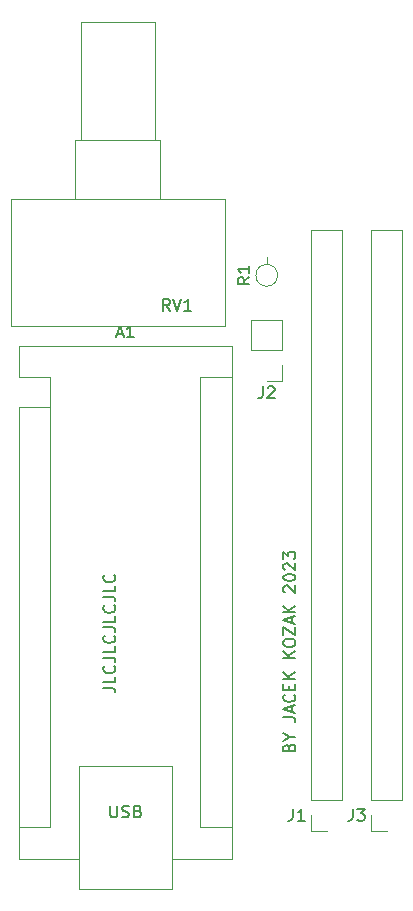
<source format=gto>
%TF.GenerationSoftware,KiCad,Pcbnew,7.0.9*%
%TF.CreationDate,2023-11-19T21:06:30+01:00*%
%TF.ProjectId,arduino_display_board,61726475-696e-46f5-9f64-6973706c6179,rev?*%
%TF.SameCoordinates,Original*%
%TF.FileFunction,Legend,Top*%
%TF.FilePolarity,Positive*%
%FSLAX46Y46*%
G04 Gerber Fmt 4.6, Leading zero omitted, Abs format (unit mm)*
G04 Created by KiCad (PCBNEW 7.0.9) date 2023-11-19 21:06:30*
%MOMM*%
%LPD*%
G01*
G04 APERTURE LIST*
%ADD10C,0.150000*%
%ADD11C,0.120000*%
%ADD12R,3.000000X3.000000*%
%ADD13C,3.000000*%
%ADD14R,1.700000X1.700000*%
%ADD15O,1.700000X1.700000*%
%ADD16C,1.400000*%
%ADD17O,1.400000X1.400000*%
%ADD18R,1.600000X1.600000*%
%ADD19O,1.600000X1.600000*%
G04 APERTURE END LIST*
D10*
X59829819Y-80657506D02*
X60544104Y-80657506D01*
X60544104Y-80657506D02*
X60686961Y-80705125D01*
X60686961Y-80705125D02*
X60782200Y-80800363D01*
X60782200Y-80800363D02*
X60829819Y-80943220D01*
X60829819Y-80943220D02*
X60829819Y-81038458D01*
X60829819Y-79705125D02*
X60829819Y-80181315D01*
X60829819Y-80181315D02*
X59829819Y-80181315D01*
X60734580Y-78800363D02*
X60782200Y-78847982D01*
X60782200Y-78847982D02*
X60829819Y-78990839D01*
X60829819Y-78990839D02*
X60829819Y-79086077D01*
X60829819Y-79086077D02*
X60782200Y-79228934D01*
X60782200Y-79228934D02*
X60686961Y-79324172D01*
X60686961Y-79324172D02*
X60591723Y-79371791D01*
X60591723Y-79371791D02*
X60401247Y-79419410D01*
X60401247Y-79419410D02*
X60258390Y-79419410D01*
X60258390Y-79419410D02*
X60067914Y-79371791D01*
X60067914Y-79371791D02*
X59972676Y-79324172D01*
X59972676Y-79324172D02*
X59877438Y-79228934D01*
X59877438Y-79228934D02*
X59829819Y-79086077D01*
X59829819Y-79086077D02*
X59829819Y-78990839D01*
X59829819Y-78990839D02*
X59877438Y-78847982D01*
X59877438Y-78847982D02*
X59925057Y-78800363D01*
X59829819Y-78086077D02*
X60544104Y-78086077D01*
X60544104Y-78086077D02*
X60686961Y-78133696D01*
X60686961Y-78133696D02*
X60782200Y-78228934D01*
X60782200Y-78228934D02*
X60829819Y-78371791D01*
X60829819Y-78371791D02*
X60829819Y-78467029D01*
X60829819Y-77133696D02*
X60829819Y-77609886D01*
X60829819Y-77609886D02*
X59829819Y-77609886D01*
X60734580Y-76228934D02*
X60782200Y-76276553D01*
X60782200Y-76276553D02*
X60829819Y-76419410D01*
X60829819Y-76419410D02*
X60829819Y-76514648D01*
X60829819Y-76514648D02*
X60782200Y-76657505D01*
X60782200Y-76657505D02*
X60686961Y-76752743D01*
X60686961Y-76752743D02*
X60591723Y-76800362D01*
X60591723Y-76800362D02*
X60401247Y-76847981D01*
X60401247Y-76847981D02*
X60258390Y-76847981D01*
X60258390Y-76847981D02*
X60067914Y-76800362D01*
X60067914Y-76800362D02*
X59972676Y-76752743D01*
X59972676Y-76752743D02*
X59877438Y-76657505D01*
X59877438Y-76657505D02*
X59829819Y-76514648D01*
X59829819Y-76514648D02*
X59829819Y-76419410D01*
X59829819Y-76419410D02*
X59877438Y-76276553D01*
X59877438Y-76276553D02*
X59925057Y-76228934D01*
X59829819Y-75514648D02*
X60544104Y-75514648D01*
X60544104Y-75514648D02*
X60686961Y-75562267D01*
X60686961Y-75562267D02*
X60782200Y-75657505D01*
X60782200Y-75657505D02*
X60829819Y-75800362D01*
X60829819Y-75800362D02*
X60829819Y-75895600D01*
X60829819Y-74562267D02*
X60829819Y-75038457D01*
X60829819Y-75038457D02*
X59829819Y-75038457D01*
X60734580Y-73657505D02*
X60782200Y-73705124D01*
X60782200Y-73705124D02*
X60829819Y-73847981D01*
X60829819Y-73847981D02*
X60829819Y-73943219D01*
X60829819Y-73943219D02*
X60782200Y-74086076D01*
X60782200Y-74086076D02*
X60686961Y-74181314D01*
X60686961Y-74181314D02*
X60591723Y-74228933D01*
X60591723Y-74228933D02*
X60401247Y-74276552D01*
X60401247Y-74276552D02*
X60258390Y-74276552D01*
X60258390Y-74276552D02*
X60067914Y-74228933D01*
X60067914Y-74228933D02*
X59972676Y-74181314D01*
X59972676Y-74181314D02*
X59877438Y-74086076D01*
X59877438Y-74086076D02*
X59829819Y-73943219D01*
X59829819Y-73943219D02*
X59829819Y-73847981D01*
X59829819Y-73847981D02*
X59877438Y-73705124D01*
X59877438Y-73705124D02*
X59925057Y-73657505D01*
X59829819Y-72943219D02*
X60544104Y-72943219D01*
X60544104Y-72943219D02*
X60686961Y-72990838D01*
X60686961Y-72990838D02*
X60782200Y-73086076D01*
X60782200Y-73086076D02*
X60829819Y-73228933D01*
X60829819Y-73228933D02*
X60829819Y-73324171D01*
X60829819Y-71990838D02*
X60829819Y-72467028D01*
X60829819Y-72467028D02*
X59829819Y-72467028D01*
X60734580Y-71086076D02*
X60782200Y-71133695D01*
X60782200Y-71133695D02*
X60829819Y-71276552D01*
X60829819Y-71276552D02*
X60829819Y-71371790D01*
X60829819Y-71371790D02*
X60782200Y-71514647D01*
X60782200Y-71514647D02*
X60686961Y-71609885D01*
X60686961Y-71609885D02*
X60591723Y-71657504D01*
X60591723Y-71657504D02*
X60401247Y-71705123D01*
X60401247Y-71705123D02*
X60258390Y-71705123D01*
X60258390Y-71705123D02*
X60067914Y-71657504D01*
X60067914Y-71657504D02*
X59972676Y-71609885D01*
X59972676Y-71609885D02*
X59877438Y-71514647D01*
X59877438Y-71514647D02*
X59829819Y-71371790D01*
X59829819Y-71371790D02*
X59829819Y-71276552D01*
X59829819Y-71276552D02*
X59877438Y-71133695D01*
X59877438Y-71133695D02*
X59925057Y-71086076D01*
X75546009Y-85689887D02*
X75593628Y-85547030D01*
X75593628Y-85547030D02*
X75641247Y-85499411D01*
X75641247Y-85499411D02*
X75736485Y-85451792D01*
X75736485Y-85451792D02*
X75879342Y-85451792D01*
X75879342Y-85451792D02*
X75974580Y-85499411D01*
X75974580Y-85499411D02*
X76022200Y-85547030D01*
X76022200Y-85547030D02*
X76069819Y-85642268D01*
X76069819Y-85642268D02*
X76069819Y-86023220D01*
X76069819Y-86023220D02*
X75069819Y-86023220D01*
X75069819Y-86023220D02*
X75069819Y-85689887D01*
X75069819Y-85689887D02*
X75117438Y-85594649D01*
X75117438Y-85594649D02*
X75165057Y-85547030D01*
X75165057Y-85547030D02*
X75260295Y-85499411D01*
X75260295Y-85499411D02*
X75355533Y-85499411D01*
X75355533Y-85499411D02*
X75450771Y-85547030D01*
X75450771Y-85547030D02*
X75498390Y-85594649D01*
X75498390Y-85594649D02*
X75546009Y-85689887D01*
X75546009Y-85689887D02*
X75546009Y-86023220D01*
X75593628Y-84832744D02*
X76069819Y-84832744D01*
X75069819Y-85166077D02*
X75593628Y-84832744D01*
X75593628Y-84832744D02*
X75069819Y-84499411D01*
X75069819Y-83118458D02*
X75784104Y-83118458D01*
X75784104Y-83118458D02*
X75926961Y-83166077D01*
X75926961Y-83166077D02*
X76022200Y-83261315D01*
X76022200Y-83261315D02*
X76069819Y-83404172D01*
X76069819Y-83404172D02*
X76069819Y-83499410D01*
X75784104Y-82689886D02*
X75784104Y-82213696D01*
X76069819Y-82785124D02*
X75069819Y-82451791D01*
X75069819Y-82451791D02*
X76069819Y-82118458D01*
X75974580Y-81213696D02*
X76022200Y-81261315D01*
X76022200Y-81261315D02*
X76069819Y-81404172D01*
X76069819Y-81404172D02*
X76069819Y-81499410D01*
X76069819Y-81499410D02*
X76022200Y-81642267D01*
X76022200Y-81642267D02*
X75926961Y-81737505D01*
X75926961Y-81737505D02*
X75831723Y-81785124D01*
X75831723Y-81785124D02*
X75641247Y-81832743D01*
X75641247Y-81832743D02*
X75498390Y-81832743D01*
X75498390Y-81832743D02*
X75307914Y-81785124D01*
X75307914Y-81785124D02*
X75212676Y-81737505D01*
X75212676Y-81737505D02*
X75117438Y-81642267D01*
X75117438Y-81642267D02*
X75069819Y-81499410D01*
X75069819Y-81499410D02*
X75069819Y-81404172D01*
X75069819Y-81404172D02*
X75117438Y-81261315D01*
X75117438Y-81261315D02*
X75165057Y-81213696D01*
X75546009Y-80785124D02*
X75546009Y-80451791D01*
X76069819Y-80308934D02*
X76069819Y-80785124D01*
X76069819Y-80785124D02*
X75069819Y-80785124D01*
X75069819Y-80785124D02*
X75069819Y-80308934D01*
X76069819Y-79880362D02*
X75069819Y-79880362D01*
X76069819Y-79308934D02*
X75498390Y-79737505D01*
X75069819Y-79308934D02*
X75641247Y-79880362D01*
X76069819Y-78118457D02*
X75069819Y-78118457D01*
X76069819Y-77547029D02*
X75498390Y-77975600D01*
X75069819Y-77547029D02*
X75641247Y-78118457D01*
X75069819Y-76927981D02*
X75069819Y-76737505D01*
X75069819Y-76737505D02*
X75117438Y-76642267D01*
X75117438Y-76642267D02*
X75212676Y-76547029D01*
X75212676Y-76547029D02*
X75403152Y-76499410D01*
X75403152Y-76499410D02*
X75736485Y-76499410D01*
X75736485Y-76499410D02*
X75926961Y-76547029D01*
X75926961Y-76547029D02*
X76022200Y-76642267D01*
X76022200Y-76642267D02*
X76069819Y-76737505D01*
X76069819Y-76737505D02*
X76069819Y-76927981D01*
X76069819Y-76927981D02*
X76022200Y-77023219D01*
X76022200Y-77023219D02*
X75926961Y-77118457D01*
X75926961Y-77118457D02*
X75736485Y-77166076D01*
X75736485Y-77166076D02*
X75403152Y-77166076D01*
X75403152Y-77166076D02*
X75212676Y-77118457D01*
X75212676Y-77118457D02*
X75117438Y-77023219D01*
X75117438Y-77023219D02*
X75069819Y-76927981D01*
X75069819Y-76166076D02*
X75069819Y-75499410D01*
X75069819Y-75499410D02*
X76069819Y-76166076D01*
X76069819Y-76166076D02*
X76069819Y-75499410D01*
X75784104Y-75166076D02*
X75784104Y-74689886D01*
X76069819Y-75261314D02*
X75069819Y-74927981D01*
X75069819Y-74927981D02*
X76069819Y-74594648D01*
X76069819Y-74261314D02*
X75069819Y-74261314D01*
X76069819Y-73689886D02*
X75498390Y-74118457D01*
X75069819Y-73689886D02*
X75641247Y-74261314D01*
X75165057Y-72547028D02*
X75117438Y-72499409D01*
X75117438Y-72499409D02*
X75069819Y-72404171D01*
X75069819Y-72404171D02*
X75069819Y-72166076D01*
X75069819Y-72166076D02*
X75117438Y-72070838D01*
X75117438Y-72070838D02*
X75165057Y-72023219D01*
X75165057Y-72023219D02*
X75260295Y-71975600D01*
X75260295Y-71975600D02*
X75355533Y-71975600D01*
X75355533Y-71975600D02*
X75498390Y-72023219D01*
X75498390Y-72023219D02*
X76069819Y-72594647D01*
X76069819Y-72594647D02*
X76069819Y-71975600D01*
X75069819Y-71356552D02*
X75069819Y-71261314D01*
X75069819Y-71261314D02*
X75117438Y-71166076D01*
X75117438Y-71166076D02*
X75165057Y-71118457D01*
X75165057Y-71118457D02*
X75260295Y-71070838D01*
X75260295Y-71070838D02*
X75450771Y-71023219D01*
X75450771Y-71023219D02*
X75688866Y-71023219D01*
X75688866Y-71023219D02*
X75879342Y-71070838D01*
X75879342Y-71070838D02*
X75974580Y-71118457D01*
X75974580Y-71118457D02*
X76022200Y-71166076D01*
X76022200Y-71166076D02*
X76069819Y-71261314D01*
X76069819Y-71261314D02*
X76069819Y-71356552D01*
X76069819Y-71356552D02*
X76022200Y-71451790D01*
X76022200Y-71451790D02*
X75974580Y-71499409D01*
X75974580Y-71499409D02*
X75879342Y-71547028D01*
X75879342Y-71547028D02*
X75688866Y-71594647D01*
X75688866Y-71594647D02*
X75450771Y-71594647D01*
X75450771Y-71594647D02*
X75260295Y-71547028D01*
X75260295Y-71547028D02*
X75165057Y-71499409D01*
X75165057Y-71499409D02*
X75117438Y-71451790D01*
X75117438Y-71451790D02*
X75069819Y-71356552D01*
X75165057Y-70642266D02*
X75117438Y-70594647D01*
X75117438Y-70594647D02*
X75069819Y-70499409D01*
X75069819Y-70499409D02*
X75069819Y-70261314D01*
X75069819Y-70261314D02*
X75117438Y-70166076D01*
X75117438Y-70166076D02*
X75165057Y-70118457D01*
X75165057Y-70118457D02*
X75260295Y-70070838D01*
X75260295Y-70070838D02*
X75355533Y-70070838D01*
X75355533Y-70070838D02*
X75498390Y-70118457D01*
X75498390Y-70118457D02*
X76069819Y-70689885D01*
X76069819Y-70689885D02*
X76069819Y-70070838D01*
X75069819Y-69737504D02*
X75069819Y-69118457D01*
X75069819Y-69118457D02*
X75450771Y-69451790D01*
X75450771Y-69451790D02*
X75450771Y-69308933D01*
X75450771Y-69308933D02*
X75498390Y-69213695D01*
X75498390Y-69213695D02*
X75546009Y-69166076D01*
X75546009Y-69166076D02*
X75641247Y-69118457D01*
X75641247Y-69118457D02*
X75879342Y-69118457D01*
X75879342Y-69118457D02*
X75974580Y-69166076D01*
X75974580Y-69166076D02*
X76022200Y-69213695D01*
X76022200Y-69213695D02*
X76069819Y-69308933D01*
X76069819Y-69308933D02*
X76069819Y-69594647D01*
X76069819Y-69594647D02*
X76022200Y-69689885D01*
X76022200Y-69689885D02*
X75974580Y-69737504D01*
X65444761Y-48714819D02*
X65111428Y-48238628D01*
X64873333Y-48714819D02*
X64873333Y-47714819D01*
X64873333Y-47714819D02*
X65254285Y-47714819D01*
X65254285Y-47714819D02*
X65349523Y-47762438D01*
X65349523Y-47762438D02*
X65397142Y-47810057D01*
X65397142Y-47810057D02*
X65444761Y-47905295D01*
X65444761Y-47905295D02*
X65444761Y-48048152D01*
X65444761Y-48048152D02*
X65397142Y-48143390D01*
X65397142Y-48143390D02*
X65349523Y-48191009D01*
X65349523Y-48191009D02*
X65254285Y-48238628D01*
X65254285Y-48238628D02*
X64873333Y-48238628D01*
X65730476Y-47714819D02*
X66063809Y-48714819D01*
X66063809Y-48714819D02*
X66397142Y-47714819D01*
X67254285Y-48714819D02*
X66682857Y-48714819D01*
X66968571Y-48714819D02*
X66968571Y-47714819D01*
X66968571Y-47714819D02*
X66873333Y-47857676D01*
X66873333Y-47857676D02*
X66778095Y-47952914D01*
X66778095Y-47952914D02*
X66682857Y-48000533D01*
X80946666Y-90894819D02*
X80946666Y-91609104D01*
X80946666Y-91609104D02*
X80899047Y-91751961D01*
X80899047Y-91751961D02*
X80803809Y-91847200D01*
X80803809Y-91847200D02*
X80660952Y-91894819D01*
X80660952Y-91894819D02*
X80565714Y-91894819D01*
X81327619Y-90894819D02*
X81946666Y-90894819D01*
X81946666Y-90894819D02*
X81613333Y-91275771D01*
X81613333Y-91275771D02*
X81756190Y-91275771D01*
X81756190Y-91275771D02*
X81851428Y-91323390D01*
X81851428Y-91323390D02*
X81899047Y-91371009D01*
X81899047Y-91371009D02*
X81946666Y-91466247D01*
X81946666Y-91466247D02*
X81946666Y-91704342D01*
X81946666Y-91704342D02*
X81899047Y-91799580D01*
X81899047Y-91799580D02*
X81851428Y-91847200D01*
X81851428Y-91847200D02*
X81756190Y-91894819D01*
X81756190Y-91894819D02*
X81470476Y-91894819D01*
X81470476Y-91894819D02*
X81375238Y-91847200D01*
X81375238Y-91847200D02*
X81327619Y-91799580D01*
X72194819Y-45886666D02*
X71718628Y-46219999D01*
X72194819Y-46458094D02*
X71194819Y-46458094D01*
X71194819Y-46458094D02*
X71194819Y-46077142D01*
X71194819Y-46077142D02*
X71242438Y-45981904D01*
X71242438Y-45981904D02*
X71290057Y-45934285D01*
X71290057Y-45934285D02*
X71385295Y-45886666D01*
X71385295Y-45886666D02*
X71528152Y-45886666D01*
X71528152Y-45886666D02*
X71623390Y-45934285D01*
X71623390Y-45934285D02*
X71671009Y-45981904D01*
X71671009Y-45981904D02*
X71718628Y-46077142D01*
X71718628Y-46077142D02*
X71718628Y-46458094D01*
X72194819Y-44934285D02*
X72194819Y-45505713D01*
X72194819Y-45219999D02*
X71194819Y-45219999D01*
X71194819Y-45219999D02*
X71337676Y-45315237D01*
X71337676Y-45315237D02*
X71432914Y-45410475D01*
X71432914Y-45410475D02*
X71480533Y-45505713D01*
X60965714Y-50689104D02*
X61441904Y-50689104D01*
X60870476Y-50974819D02*
X61203809Y-49974819D01*
X61203809Y-49974819D02*
X61537142Y-50974819D01*
X62394285Y-50974819D02*
X61822857Y-50974819D01*
X62108571Y-50974819D02*
X62108571Y-49974819D01*
X62108571Y-49974819D02*
X62013333Y-50117676D01*
X62013333Y-50117676D02*
X61918095Y-50212914D01*
X61918095Y-50212914D02*
X61822857Y-50260533D01*
X60418095Y-90614819D02*
X60418095Y-91424342D01*
X60418095Y-91424342D02*
X60465714Y-91519580D01*
X60465714Y-91519580D02*
X60513333Y-91567200D01*
X60513333Y-91567200D02*
X60608571Y-91614819D01*
X60608571Y-91614819D02*
X60799047Y-91614819D01*
X60799047Y-91614819D02*
X60894285Y-91567200D01*
X60894285Y-91567200D02*
X60941904Y-91519580D01*
X60941904Y-91519580D02*
X60989523Y-91424342D01*
X60989523Y-91424342D02*
X60989523Y-90614819D01*
X61418095Y-91567200D02*
X61560952Y-91614819D01*
X61560952Y-91614819D02*
X61799047Y-91614819D01*
X61799047Y-91614819D02*
X61894285Y-91567200D01*
X61894285Y-91567200D02*
X61941904Y-91519580D01*
X61941904Y-91519580D02*
X61989523Y-91424342D01*
X61989523Y-91424342D02*
X61989523Y-91329104D01*
X61989523Y-91329104D02*
X61941904Y-91233866D01*
X61941904Y-91233866D02*
X61894285Y-91186247D01*
X61894285Y-91186247D02*
X61799047Y-91138628D01*
X61799047Y-91138628D02*
X61608571Y-91091009D01*
X61608571Y-91091009D02*
X61513333Y-91043390D01*
X61513333Y-91043390D02*
X61465714Y-90995771D01*
X61465714Y-90995771D02*
X61418095Y-90900533D01*
X61418095Y-90900533D02*
X61418095Y-90805295D01*
X61418095Y-90805295D02*
X61465714Y-90710057D01*
X61465714Y-90710057D02*
X61513333Y-90662438D01*
X61513333Y-90662438D02*
X61608571Y-90614819D01*
X61608571Y-90614819D02*
X61846666Y-90614819D01*
X61846666Y-90614819D02*
X61989523Y-90662438D01*
X62751428Y-91091009D02*
X62894285Y-91138628D01*
X62894285Y-91138628D02*
X62941904Y-91186247D01*
X62941904Y-91186247D02*
X62989523Y-91281485D01*
X62989523Y-91281485D02*
X62989523Y-91424342D01*
X62989523Y-91424342D02*
X62941904Y-91519580D01*
X62941904Y-91519580D02*
X62894285Y-91567200D01*
X62894285Y-91567200D02*
X62799047Y-91614819D01*
X62799047Y-91614819D02*
X62418095Y-91614819D01*
X62418095Y-91614819D02*
X62418095Y-90614819D01*
X62418095Y-90614819D02*
X62751428Y-90614819D01*
X62751428Y-90614819D02*
X62846666Y-90662438D01*
X62846666Y-90662438D02*
X62894285Y-90710057D01*
X62894285Y-90710057D02*
X62941904Y-90805295D01*
X62941904Y-90805295D02*
X62941904Y-90900533D01*
X62941904Y-90900533D02*
X62894285Y-90995771D01*
X62894285Y-90995771D02*
X62846666Y-91043390D01*
X62846666Y-91043390D02*
X62751428Y-91091009D01*
X62751428Y-91091009D02*
X62418095Y-91091009D01*
X73326666Y-55124819D02*
X73326666Y-55839104D01*
X73326666Y-55839104D02*
X73279047Y-55981961D01*
X73279047Y-55981961D02*
X73183809Y-56077200D01*
X73183809Y-56077200D02*
X73040952Y-56124819D01*
X73040952Y-56124819D02*
X72945714Y-56124819D01*
X73755238Y-55220057D02*
X73802857Y-55172438D01*
X73802857Y-55172438D02*
X73898095Y-55124819D01*
X73898095Y-55124819D02*
X74136190Y-55124819D01*
X74136190Y-55124819D02*
X74231428Y-55172438D01*
X74231428Y-55172438D02*
X74279047Y-55220057D01*
X74279047Y-55220057D02*
X74326666Y-55315295D01*
X74326666Y-55315295D02*
X74326666Y-55410533D01*
X74326666Y-55410533D02*
X74279047Y-55553390D01*
X74279047Y-55553390D02*
X73707619Y-56124819D01*
X73707619Y-56124819D02*
X74326666Y-56124819D01*
X75866666Y-90894819D02*
X75866666Y-91609104D01*
X75866666Y-91609104D02*
X75819047Y-91751961D01*
X75819047Y-91751961D02*
X75723809Y-91847200D01*
X75723809Y-91847200D02*
X75580952Y-91894819D01*
X75580952Y-91894819D02*
X75485714Y-91894819D01*
X76866666Y-91894819D02*
X76295238Y-91894819D01*
X76580952Y-91894819D02*
X76580952Y-90894819D01*
X76580952Y-90894819D02*
X76485714Y-91037676D01*
X76485714Y-91037676D02*
X76390476Y-91132914D01*
X76390476Y-91132914D02*
X76295238Y-91180533D01*
D11*
%TO.C,RV1*%
X57920000Y-24260000D02*
X64160000Y-24260000D01*
X64160000Y-34260000D02*
X64160000Y-24260000D01*
X57920000Y-34260000D02*
X57920000Y-24260000D01*
X57420000Y-34260000D02*
X64660000Y-34260000D01*
X64660000Y-39260000D02*
X64660000Y-34260000D01*
X57420000Y-39260000D02*
X57420000Y-34260000D01*
X51970000Y-39260000D02*
X70110000Y-39260000D01*
X70110000Y-50000000D02*
X70110000Y-39260000D01*
X51970000Y-50000000D02*
X51970000Y-39260000D01*
X51970000Y-50000000D02*
X70110000Y-50000000D01*
%TO.C,J3*%
X85150000Y-90170000D02*
X85150000Y-41850000D01*
X85150000Y-90170000D02*
X82490000Y-90170000D01*
X85150000Y-41850000D02*
X82490000Y-41850000D01*
X83820000Y-92770000D02*
X82490000Y-92770000D01*
X82490000Y-92770000D02*
X82490000Y-91440000D01*
X82490000Y-90170000D02*
X82490000Y-41850000D01*
%TO.C,R1*%
X73660000Y-44800000D02*
X73660000Y-44180000D01*
X74580000Y-45720000D02*
G75*
G03*
X74580000Y-45720000I-920000J0D01*
G01*
%TO.C,A1*%
X52660000Y-51660000D02*
X52660000Y-54330000D01*
X52660000Y-56870000D02*
X52660000Y-95100000D01*
X52660000Y-95100000D02*
X57740000Y-95100000D01*
X55330000Y-54330000D02*
X52660000Y-54330000D01*
X55330000Y-56870000D02*
X52660000Y-56870000D01*
X55330000Y-56870000D02*
X55330000Y-54330000D01*
X55330000Y-56870000D02*
X55330000Y-92430000D01*
X55330000Y-92430000D02*
X52660000Y-92430000D01*
X57740000Y-87220000D02*
X65620000Y-87220000D01*
X57740000Y-97640000D02*
X57740000Y-87220000D01*
X65620000Y-87220000D02*
X65620000Y-97640000D01*
X65620000Y-97640000D02*
X57740000Y-97640000D01*
X68030000Y-54330000D02*
X68030000Y-92430000D01*
X68030000Y-54330000D02*
X70700000Y-54330000D01*
X68030000Y-92430000D02*
X70700000Y-92430000D01*
X70700000Y-51660000D02*
X52660000Y-51660000D01*
X70700000Y-95100000D02*
X65620000Y-95100000D01*
X70700000Y-95100000D02*
X70700000Y-51660000D01*
%TO.C,J2*%
X74990000Y-54670000D02*
X73660000Y-54670000D01*
X74990000Y-53340000D02*
X74990000Y-54670000D01*
X74990000Y-52070000D02*
X74990000Y-49470000D01*
X74990000Y-52070000D02*
X72330000Y-52070000D01*
X74990000Y-49470000D02*
X72330000Y-49470000D01*
X72330000Y-52070000D02*
X72330000Y-49470000D01*
%TO.C,J1*%
X80070000Y-90170000D02*
X80070000Y-41850000D01*
X80070000Y-90170000D02*
X77410000Y-90170000D01*
X80070000Y-41850000D02*
X77410000Y-41850000D01*
X78740000Y-92770000D02*
X77410000Y-92770000D01*
X77410000Y-92770000D02*
X77410000Y-91440000D01*
X77410000Y-90170000D02*
X77410000Y-41850000D01*
%TD*%
%LPC*%
D12*
%TO.C,RV1*%
X66040000Y-43180000D03*
D13*
X61040000Y-43180000D03*
X56040000Y-43180000D03*
%TD*%
D14*
%TO.C,J3*%
X83820000Y-91440000D03*
D15*
X83820000Y-88900000D03*
X83820000Y-86360000D03*
X83820000Y-83820000D03*
X83820000Y-81280000D03*
X83820000Y-78740000D03*
X83820000Y-76200000D03*
X83820000Y-73660000D03*
X83820000Y-71120000D03*
X83820000Y-68580000D03*
X83820000Y-66040000D03*
X83820000Y-63500000D03*
X83820000Y-60960000D03*
X83820000Y-58420000D03*
X83820000Y-55880000D03*
X83820000Y-53340000D03*
X83820000Y-50800000D03*
X83820000Y-48260000D03*
X83820000Y-45720000D03*
X83820000Y-43180000D03*
%TD*%
D16*
%TO.C,R1*%
X73660000Y-45720000D03*
D17*
X73660000Y-43180000D03*
%TD*%
D18*
%TO.C,A1*%
X54060000Y-55600000D03*
D19*
X54060000Y-58140000D03*
X54060000Y-60680000D03*
X54060000Y-63220000D03*
X54060000Y-65760000D03*
X54060000Y-68300000D03*
X54060000Y-70840000D03*
X54060000Y-73380000D03*
X54060000Y-75920000D03*
X54060000Y-78460000D03*
X54060000Y-81000000D03*
X54060000Y-83540000D03*
X54060000Y-86080000D03*
X54060000Y-88620000D03*
X54060000Y-91160000D03*
X69300000Y-91160000D03*
X69300000Y-88620000D03*
X69300000Y-86080000D03*
X69300000Y-83540000D03*
X69300000Y-81000000D03*
X69300000Y-78460000D03*
X69300000Y-75920000D03*
X69300000Y-73380000D03*
X69300000Y-70840000D03*
X69300000Y-68300000D03*
X69300000Y-65760000D03*
X69300000Y-63220000D03*
X69300000Y-60680000D03*
X69300000Y-58140000D03*
X69300000Y-55600000D03*
%TD*%
D14*
%TO.C,J2*%
X73660000Y-53340000D03*
D15*
X73660000Y-50800000D03*
%TD*%
D14*
%TO.C,J1*%
X78740000Y-91440000D03*
D15*
X78740000Y-88900000D03*
X78740000Y-86360000D03*
X78740000Y-83820000D03*
X78740000Y-81280000D03*
X78740000Y-78740000D03*
X78740000Y-76200000D03*
X78740000Y-73660000D03*
X78740000Y-71120000D03*
X78740000Y-68580000D03*
X78740000Y-66040000D03*
X78740000Y-63500000D03*
X78740000Y-60960000D03*
X78740000Y-58420000D03*
X78740000Y-55880000D03*
X78740000Y-53340000D03*
X78740000Y-50800000D03*
X78740000Y-48260000D03*
X78740000Y-45720000D03*
X78740000Y-43180000D03*
%TD*%
%LPD*%
M02*

</source>
